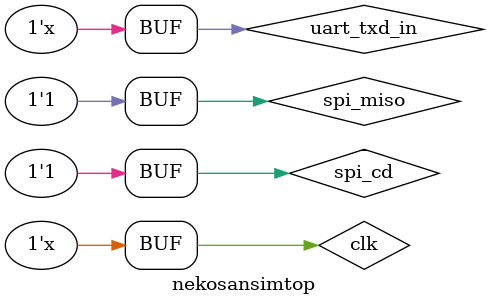
<source format=sv>
`timescale 1ns / 1ps

module nekosansimtop( );

logic clk;

// Startup
initial begin
	uart_txd_in = 1'bz;
	clk = 1'b0;
	$display("NekoSan started up");
	#20 uart_txd_in = 1'b0;
end

wire uart_rxd_out;
logic uart_txd_in;

wire ddr3_reset_n;
wire [0:0]   ddr3_cke;
wire [0:0]   ddr3_ck_p; 
wire [0:0]   ddr3_ck_n;
wire [0:0]   ddr3_cs_n;
wire ddr3_ras_n; 
wire ddr3_cas_n;
wire ddr3_we_n;
wire [2:0]   ddr3_ba;
wire [13:0]  ddr3_addr;
wire [0:0]   ddr3_odt;
wire [1:0]   ddr3_dm;
wire [1:0]   ddr3_dqs_p;
wire [1:0]   ddr3_dqs_n;
wire [1:0]   tdqs_n;
wire [15:0]  ddr3_dq;

/*wire [3:0] DVI_R, DVI_G, DVI_B;
wire DVI_HS, DVI_VS, DVI_DE, DVI_CLK;*/

wire spi_cs_n, spi_mosi, spi_sck;
logic spi_miso = 1'b1;
wire spi_cd = 1'b1; // High when no card inserted

ddr3_model ddr3simmod(
    .rst_n(ddr3_reset_n),
    .ck(ddr3_ck_p),
    .ck_n(ddr3_ck_n),
    .cke(ddr3_cke),
    .cs_n(ddr3_cs_n),
    .ras_n(ddr3_ras_n),
    .cas_n(ddr3_cas_n),
    .we_n(ddr3_we_n),
    .dm_tdqs(ddr3_dm),
    .ba(ddr3_ba),
    .addr(ddr3_addr),
    .dq(ddr3_dq),
    .dqs(ddr3_dqs_p),
    .dqs_n(ddr3_dqs_n),
    .tdqs_n(tdqs_n), // out - unused, looks like it's always set to Z
    .odt(ddr3_odt) );

// Top module simulation instance
nekosantop simtop(
	.sys_clock(clk)
	// UART
	,.uart_rxd_out(uart_rxd_out)
	,.uart_txd_in(uart_txd_in)
	// DVI on PMOD ports A+B
	/*,.DVI_R(DVI_R)
	,.DVI_G(DVI_G)
	,.DVI_B(DVI_B)
	,.DVI_HS(DVI_HS)
	,.DVI_VS(DVI_VS)
	,.DVI_DE(DVI_DE)
	,.DVI_CLK(DVI_CLK)*/
    // DDR3 SDRAM
    ,.ddr3_reset_n(ddr3_reset_n)
    ,.ddr3_cke(ddr3_cke)
    ,.ddr3_ck_p(ddr3_ck_p)
    ,.ddr3_ck_n(ddr3_ck_n)
    ,.ddr3_cs_n(ddr3_cs_n)
    ,.ddr3_ras_n(ddr3_ras_n) 
    ,.ddr3_cas_n(ddr3_cas_n) 
    ,.ddr3_we_n(ddr3_we_n)
    ,.ddr3_ba(ddr3_ba)
    ,.ddr3_addr(ddr3_addr)
    ,.ddr3_odt(ddr3_odt)
    ,.ddr3_dm(ddr3_dm)
    ,.ddr3_dqs_p(ddr3_dqs_p)
    ,.ddr3_dqs_n(ddr3_dqs_n)
    ,.ddr3_dq(ddr3_dq)
    // SPI
	// SD Card PMOD on port C
	,.spi_cs_n(spi_cs_n)
	,.spi_mosi(spi_mosi)
	,.spi_miso(spi_miso)
	,.spi_sck(spi_sck)
	,.spi_cd(spi_cd)
	// LEDs
	,.led0_b() ,.led0_g() ,.led0_r()
	,.led1_b() ,.led1_g() ,.led1_r()
	,.led2_b() ,.led2_g() ,.led2_r()
	,.led3_b() ,.led3_g() ,.led3_r()
	,.leds()
	// I2S2 audio
    ,.tx_mclk()
    ,.tx_lrck()
    ,.tx_sclk()
    ,.tx_sdout() );

// Feed a 100Mhz external clock to top module
always begin
	#5 clk = ~clk;
end

always begin
	#25 uart_txd_in = ~uart_txd_in;
end

endmodule

</source>
